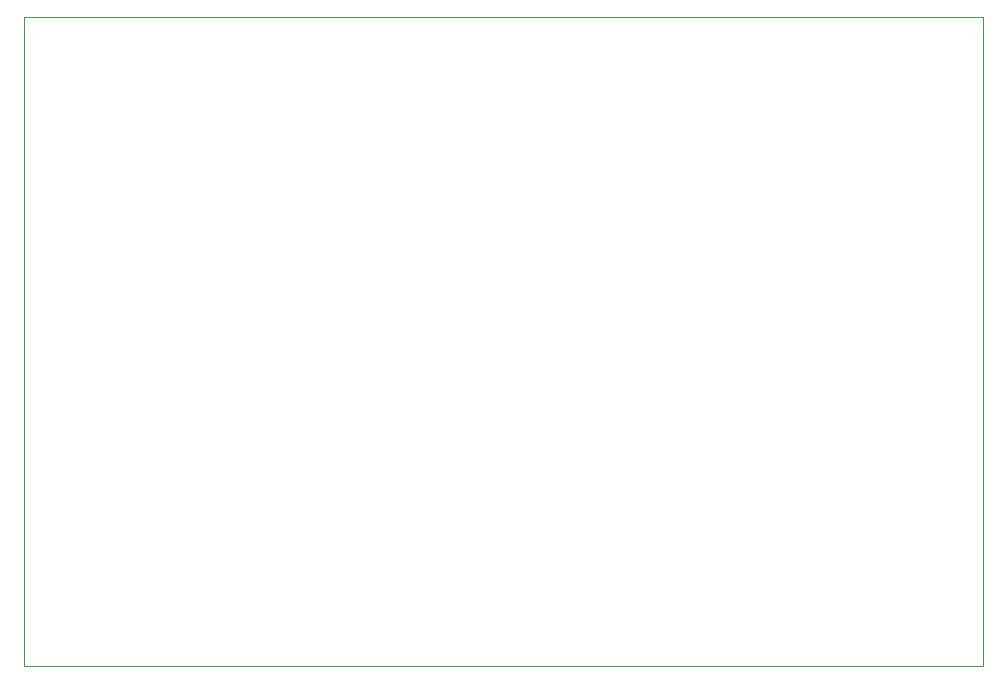
<source format=gbr>
G04 #@! TF.GenerationSoftware,KiCad,Pcbnew,(5.1.4)-1*
G04 #@! TF.CreationDate,2020-10-12T21:25:17+02:00*
G04 #@! TF.ProjectId,BreadBoard PCB 400,42726561-6442-46f6-9172-642050434220,rev?*
G04 #@! TF.SameCoordinates,Original*
G04 #@! TF.FileFunction,Profile,NP*
%FSLAX46Y46*%
G04 Gerber Fmt 4.6, Leading zero omitted, Abs format (unit mm)*
G04 Created by KiCad (PCBNEW (5.1.4)-1) date 2020-10-12 21:25:17*
%MOMM*%
%LPD*%
G04 APERTURE LIST*
%ADD10C,0.050000*%
G04 APERTURE END LIST*
D10*
X49600000Y-135450000D02*
X130780000Y-135450000D01*
X130780000Y-80450000D02*
X130780000Y-135450000D01*
X49600000Y-80450000D02*
X49600000Y-135450000D01*
X49600000Y-80450000D02*
X130780000Y-80450000D01*
M02*

</source>
